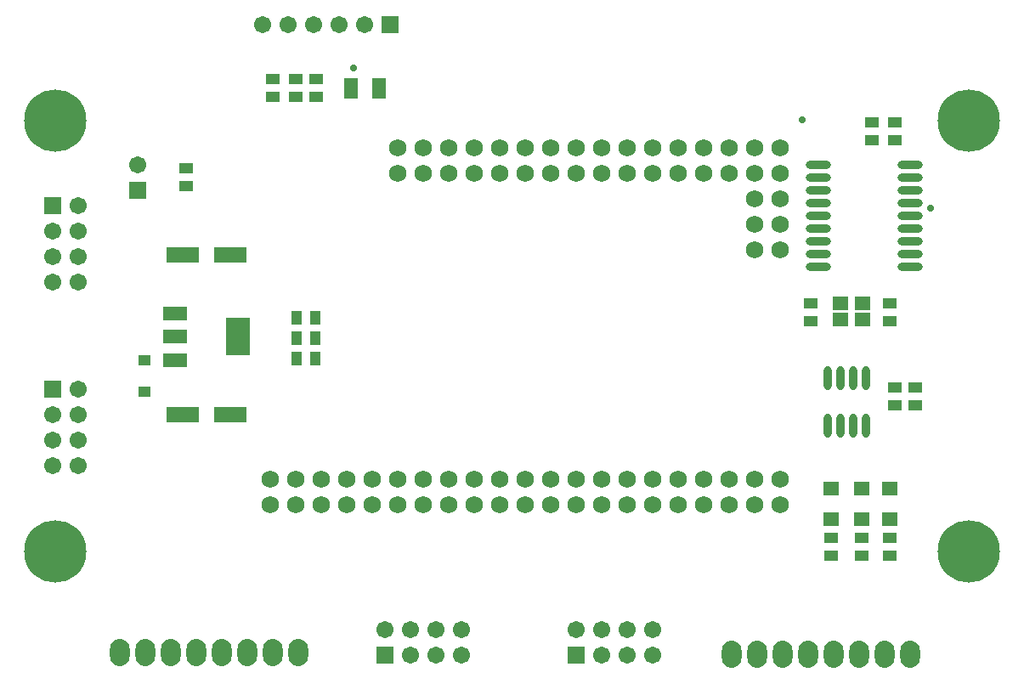
<source format=gts>
G04 Layer_Color=8388736*
%FSLAX25Y25*%
%MOIN*%
G70*
G01*
G75*
%ADD38R,0.05524X0.03950*%
%ADD39O,0.09855X0.03162*%
%ADD40R,0.06312X0.05524*%
%ADD41O,0.03162X0.09461*%
%ADD42R,0.06312X0.05524*%
%ADD43R,0.05209X0.01863*%
%ADD44R,0.03950X0.05524*%
%ADD45R,0.04540X0.04343*%
%ADD46R,0.12611X0.06312*%
%ADD47R,0.09600X0.05600*%
%ADD48R,0.09461X0.14973*%
%ADD49R,0.06706X0.06706*%
%ADD50C,0.06706*%
%ADD51R,0.06706X0.06706*%
%ADD52C,0.06800*%
%ADD53O,0.07690X0.10642*%
%ADD54C,0.24422*%
%ADD55C,0.02768*%
D38*
X345000Y216457D02*
D03*
Y223543D02*
D03*
X336000D02*
D03*
Y216457D02*
D03*
X343000Y152543D02*
D03*
Y145457D02*
D03*
X312000D02*
D03*
Y152543D02*
D03*
X67000Y198457D02*
D03*
Y205543D02*
D03*
X353000Y119543D02*
D03*
Y112457D02*
D03*
X345000D02*
D03*
Y119543D02*
D03*
X343000Y60543D02*
D03*
Y53457D02*
D03*
X332000Y60543D02*
D03*
Y53457D02*
D03*
X320000Y60543D02*
D03*
Y53457D02*
D03*
X118000Y233457D02*
D03*
Y240543D02*
D03*
X110000Y233457D02*
D03*
Y240543D02*
D03*
X101000D02*
D03*
Y233457D02*
D03*
D39*
X315087Y207000D02*
D03*
Y202000D02*
D03*
Y197000D02*
D03*
Y192000D02*
D03*
Y187000D02*
D03*
Y182000D02*
D03*
Y177000D02*
D03*
Y172000D02*
D03*
Y167000D02*
D03*
X350913Y207000D02*
D03*
Y202000D02*
D03*
Y197000D02*
D03*
Y192000D02*
D03*
Y187000D02*
D03*
Y182000D02*
D03*
Y177000D02*
D03*
Y172000D02*
D03*
Y167000D02*
D03*
D40*
X332331Y152650D02*
D03*
Y146350D02*
D03*
X323669Y152650D02*
D03*
Y146350D02*
D03*
D41*
X318500Y104551D02*
D03*
X323500D02*
D03*
X328500D02*
D03*
X333500D02*
D03*
X318500Y123449D02*
D03*
X323500D02*
D03*
X328500D02*
D03*
X333500D02*
D03*
D42*
X343000Y68094D02*
D03*
Y79906D02*
D03*
X332000Y68094D02*
D03*
Y79906D02*
D03*
X320000Y68094D02*
D03*
Y79906D02*
D03*
D43*
X131469Y237984D02*
D03*
X142532D02*
D03*
X131469Y239953D02*
D03*
Y236016D02*
D03*
Y234047D02*
D03*
X142532Y239953D02*
D03*
Y236016D02*
D03*
Y234047D02*
D03*
D44*
X117543Y147000D02*
D03*
X110457D02*
D03*
X117543Y139000D02*
D03*
X110457D02*
D03*
X117543Y131000D02*
D03*
X110457D02*
D03*
D45*
X50500Y130201D02*
D03*
Y117799D02*
D03*
D46*
X84449Y109000D02*
D03*
X65551D02*
D03*
X84449Y171500D02*
D03*
X65551D02*
D03*
D47*
X62800Y148600D02*
D03*
Y139500D02*
D03*
Y130400D02*
D03*
D48*
X87201Y139500D02*
D03*
D49*
X147000Y262000D02*
D03*
X145000Y14685D02*
D03*
X220000D02*
D03*
D50*
X137000Y262000D02*
D03*
X127000D02*
D03*
X117000D02*
D03*
X107000D02*
D03*
X97000D02*
D03*
X48000Y207000D02*
D03*
X175000Y24685D02*
D03*
Y14685D02*
D03*
X165000Y24685D02*
D03*
Y14685D02*
D03*
X155000Y24685D02*
D03*
Y14685D02*
D03*
X145000Y24685D02*
D03*
X24500Y161000D02*
D03*
X14500D02*
D03*
X24500Y171000D02*
D03*
X14500D02*
D03*
X24500Y181000D02*
D03*
X14500D02*
D03*
X24500Y191000D02*
D03*
Y89000D02*
D03*
X14500D02*
D03*
X24500Y99000D02*
D03*
X14500D02*
D03*
X24500Y109000D02*
D03*
X14500D02*
D03*
X24500Y119000D02*
D03*
X250000Y24685D02*
D03*
Y14685D02*
D03*
X240000Y24685D02*
D03*
Y14685D02*
D03*
X230000Y24685D02*
D03*
Y14685D02*
D03*
X220000Y24685D02*
D03*
D51*
X48000Y197000D02*
D03*
X14500Y191000D02*
D03*
Y119000D02*
D03*
D52*
X150000Y73500D02*
D03*
Y83500D02*
D03*
X140000Y73500D02*
D03*
Y83500D02*
D03*
X130000Y73500D02*
D03*
Y83500D02*
D03*
X120000Y73500D02*
D03*
Y83500D02*
D03*
X110000Y73500D02*
D03*
Y83500D02*
D03*
X220000Y203500D02*
D03*
Y213500D02*
D03*
X210000Y203500D02*
D03*
Y213500D02*
D03*
X200000Y203500D02*
D03*
Y213500D02*
D03*
X190000Y203500D02*
D03*
Y213500D02*
D03*
X180000Y203500D02*
D03*
Y213500D02*
D03*
X170000Y203500D02*
D03*
Y213500D02*
D03*
X160000Y203500D02*
D03*
Y213500D02*
D03*
X150000Y203500D02*
D03*
Y213500D02*
D03*
X230000D02*
D03*
X290000Y173500D02*
D03*
X300000D02*
D03*
X290000Y183500D02*
D03*
X300000D02*
D03*
X290000Y193500D02*
D03*
X300000D02*
D03*
Y203500D02*
D03*
Y213500D02*
D03*
X290000Y203500D02*
D03*
Y213500D02*
D03*
X280000Y203500D02*
D03*
Y213500D02*
D03*
X270000Y203500D02*
D03*
Y213500D02*
D03*
X260000Y203500D02*
D03*
Y213500D02*
D03*
X250000Y203500D02*
D03*
Y213500D02*
D03*
X240000Y203500D02*
D03*
Y213500D02*
D03*
X230000Y203500D02*
D03*
X160000Y73500D02*
D03*
X300000D02*
D03*
Y83500D02*
D03*
X290000Y73500D02*
D03*
Y83500D02*
D03*
X280000Y73500D02*
D03*
Y83500D02*
D03*
X270000Y73500D02*
D03*
Y83500D02*
D03*
X260000Y73500D02*
D03*
Y83500D02*
D03*
X250000Y73500D02*
D03*
Y83500D02*
D03*
X240000Y73500D02*
D03*
Y83500D02*
D03*
X230000Y73500D02*
D03*
Y83500D02*
D03*
X220000Y73500D02*
D03*
Y83500D02*
D03*
X210000Y73500D02*
D03*
Y83500D02*
D03*
X200000Y73500D02*
D03*
Y83500D02*
D03*
X190000Y73500D02*
D03*
Y83500D02*
D03*
X180000Y73500D02*
D03*
Y83500D02*
D03*
X170000Y73500D02*
D03*
Y83500D02*
D03*
X160000D02*
D03*
X100000Y73500D02*
D03*
Y83500D02*
D03*
D53*
X51000Y15748D02*
D03*
X71000D02*
D03*
X81000D02*
D03*
X111000D02*
D03*
X101000D02*
D03*
X91000D02*
D03*
X61000D02*
D03*
X41000D02*
D03*
X291000Y15000D02*
D03*
X311000D02*
D03*
X321000D02*
D03*
X351000D02*
D03*
X341000D02*
D03*
X331000D02*
D03*
X301000D02*
D03*
X281000D02*
D03*
D54*
X15748Y55118D02*
D03*
X374016D02*
D03*
X15748Y224409D02*
D03*
X374016D02*
D03*
D55*
X308600Y224500D02*
D03*
X359100Y189800D02*
D03*
X132800Y244900D02*
D03*
M02*

</source>
